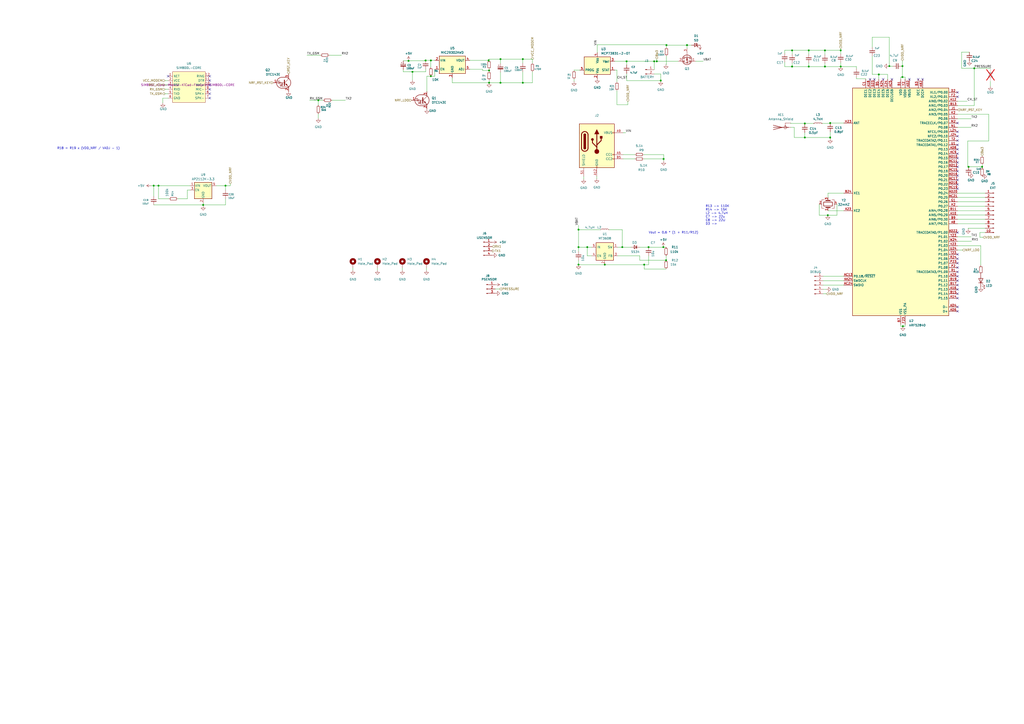
<source format=kicad_sch>
(kicad_sch (version 20231120) (generator "eeschema") (generator_version "8.0")
  (paper "A2")
  (junction (at 360.9848 143.3576))
  (junction (at 561.848 96.774))
  (junction (at 565.15 39.624))
  (junction (at 481.584 71.374))
  (junction (at 523.748 189.23))
  (junction (at 290.322 48.006))
  (junction (at 381 35.56))
  (junction (at 569.722 96.774))
  (junction (at 290.322 34.29))
  (junction (at 481.584 79.756))
  (junction (at 515.874 38.354))
  (junction (at 523.494 38.354))
  (junction (at 117.856 118.872))
  (junction (at 249.936 35.052))
  (junction (at 335.5848 143.3576))
  (junction (at 246.888 35.052))
  (junction (at 91.948 107.696))
  (junction (at 350.8248 153.5176))
  (junction (at 283.464 35.052))
  (junction (at 363.474 35.56))
  (junction (at 340.6648 143.3576))
  (junction (at 303.276 48.006))
  (junction (at 386.588 26.162))
  (junction (at 466.852 79.756))
  (junction (at 480.187 124.841))
  (junction (at 376.2248 143.3576))
  (junction (at 373.6848 153.5176))
  (junction (at 335.5848 133.1976))
  (junction (at 478.536 29.21))
  (junction (at 283.718 40.894))
  (junction (at 236.982 35.306))
  (junction (at 130.81 107.696))
  (junction (at 89.154 107.696))
  (junction (at 184.658 58.166))
  (junction (at 249.936 44.196))
  (junction (at 469.138 38.608))
  (junction (at 478.536 38.608))
  (junction (at 303.276 34.29))
  (junction (at 239.268 41.656))
  (junction (at 283.718 48.006))
  (junction (at 335.5848 153.5176))
  (junction (at 509.778 43.18))
  (junction (at 384.9624 92.202))
  (junction (at 487.68 38.608))
  (junction (at 398.526 26.162))
  (junction (at 523.494 44.704))
  (junction (at 459.486 38.608))
  (junction (at 459.486 29.21))
  (junction (at 386.3848 150.9776))
  (junction (at 469.138 29.21))
  (junction (at 487.68 29.21))
  (junction (at 383.286 46.736))
  (junction (at 466.852 71.628))
  (junction (at 379.476 35.56))
  (junction (at 384.7846 143.3576))
  (no_connect (at 555.498 71.374))
  (no_connect (at 555.498 56.134))
  (no_connect (at 555.498 157.734))
  (no_connect (at 121.666 56.896))
  (no_connect (at 504.698 45.974))
  (no_connect (at 555.498 165.354))
  (no_connect (at 555.498 180.594))
  (no_connect (at 555.498 84.074))
  (no_connect (at 555.498 162.814))
  (no_connect (at 555.498 53.594))
  (no_connect (at 555.498 172.974))
  (no_connect (at 555.498 150.114))
  (no_connect (at 121.666 46.736))
  (no_connect (at 517.398 45.974))
  (no_connect (at 527.558 45.974))
  (no_connect (at 532.638 45.974))
  (no_connect (at 555.498 96.774))
  (no_connect (at 555.498 89.154))
  (no_connect (at 535.178 45.974))
  (no_connect (at 555.498 94.234))
  (no_connect (at 512.318 45.974))
  (no_connect (at 555.498 104.394))
  (no_connect (at 555.498 78.994))
  (no_connect (at 555.498 91.694))
  (no_connect (at 555.498 109.474))
  (no_connect (at 121.666 51.816))
  (no_connect (at 121.666 49.276))
  (no_connect (at 555.498 134.874))
  (no_connect (at 555.498 81.534))
  (no_connect (at 555.498 99.314))
  (no_connect (at 555.498 76.454))
  (no_connect (at 121.666 54.356))
  (no_connect (at 555.498 86.614))
  (no_connect (at 555.498 147.574))
  (no_connect (at 555.498 152.654))
  (no_connect (at 555.498 155.194))
  (no_connect (at 555.498 106.934))
  (no_connect (at 507.238 45.974))
  (no_connect (at 555.498 170.434))
  (no_connect (at 555.498 160.274))
  (no_connect (at 121.666 44.196))
  (no_connect (at 555.498 167.894))
  (no_connect (at 555.498 178.054))
  (no_connect (at 555.498 101.854))
  (no_connect (at 97.536 44.196))
  (wire (pts (xy 371.1448 150.9776) (xy 386.3848 150.9776)))
  (wire (pts (xy 481.33 71.628) (xy 481.33 71.374)))
  (wire (pts (xy 477.52 170.434) (xy 479.298 170.434)))
  (wire (pts (xy 386.588 25.908) (xy 386.588 26.162)))
  (wire (pts (xy 477.012 71.628) (xy 481.33 71.628)))
  (wire (pts (xy 480.187 124.841) (xy 485.521 124.841)))
  (wire (pts (xy 522.478 44.704) (xy 522.478 45.974)))
  (wire (pts (xy 117.856 117.856) (xy 117.856 118.872)))
  (wire (pts (xy 478.536 29.21) (xy 487.68 29.21)))
  (wire (pts (xy 335.5848 145.8976) (xy 335.5848 143.3576)))
  (wire (pts (xy 459.486 36.576) (xy 459.486 38.608)))
  (wire (pts (xy 89.154 107.696) (xy 89.154 113.792)))
  (wire (pts (xy 379.476 35.56) (xy 363.474 35.56)))
  (wire (pts (xy 480.314 112.014) (xy 489.458 112.014)))
  (wire (pts (xy 283.464 35.052) (xy 283.718 35.052)))
  (wire (pts (xy 308.864 36.576) (xy 308.864 34.29)))
  (wire (pts (xy 290.322 41.91) (xy 290.322 48.006)))
  (wire (pts (xy 523.494 44.704) (xy 522.478 44.704)))
  (wire (pts (xy 384.9624 93.3704) (xy 384.9624 92.202)))
  (wire (pts (xy 561.848 96.774) (xy 569.722 96.774)))
  (wire (pts (xy 290.322 36.83) (xy 290.322 34.29)))
  (wire (pts (xy 480.314 112.014) (xy 480.314 114.554)))
  (wire (pts (xy 272.542 35.052) (xy 283.464 35.052)))
  (wire (pts (xy 353.3648 133.1976) (xy 360.9848 133.1976)))
  (wire (pts (xy 386.3848 156.0576) (xy 373.6848 156.0576)))
  (wire (pts (xy 91.948 107.696) (xy 110.236 107.696)))
  (wire (pts (xy 364.236 60.706) (xy 364.236 58.928)))
  (wire (pts (xy 496.824 44.958) (xy 496.824 45.72)))
  (wire (pts (xy 283.464 34.29) (xy 283.464 35.052)))
  (wire (pts (xy 358.4448 148.4376) (xy 371.1448 148.4376)))
  (wire (pts (xy 233.934 41.656) (xy 239.268 41.656)))
  (wire (pts (xy 384.7846 143.3576) (xy 386.3848 143.3576)))
  (wire (pts (xy 525.018 189.23) (xy 523.748 189.23)))
  (wire (pts (xy 555.498 66.294) (xy 573.532 66.294)))
  (wire (pts (xy 571.5 132.334) (xy 561.594 132.334)))
  (wire (pts (xy 459.486 31.496) (xy 459.486 29.21)))
  (wire (pts (xy 455.168 29.21) (xy 459.486 29.21)))
  (wire (pts (xy 335.5848 150.9776) (xy 335.5848 153.5176)))
  (wire (pts (xy 469.138 29.21) (xy 478.536 29.21)))
  (wire (pts (xy 555.498 145.034) (xy 558.292 145.034)))
  (wire (pts (xy 95.758 49.276) (xy 97.536 49.276)))
  (wire (pts (xy 103.124 115.316) (xy 108.712 115.316)))
  (wire (pts (xy 555.498 117.094) (xy 571.5 117.094)))
  (wire (pts (xy 398.526 26.162) (xy 401.066 26.162)))
  (wire (pts (xy 360.9848 143.3576) (xy 358.4448 143.3576)))
  (wire (pts (xy 178.054 32.004) (xy 185.928 32.004)))
  (wire (pts (xy 130.81 115.316) (xy 130.81 118.872)))
  (wire (pts (xy 568.96 142.494) (xy 568.96 153.924)))
  (wire (pts (xy 386.588 25.908) (xy 346.456 25.908)))
  (wire (pts (xy 98.044 115.316) (xy 91.948 115.316)))
  (wire (pts (xy 515.62 38.354) (xy 515.874 38.354)))
  (wire (pts (xy 95.504 54.356) (xy 97.536 54.356)))
  (wire (pts (xy 233.934 40.386) (xy 233.934 41.656)))
  (wire (pts (xy 340.6648 148.4376) (xy 340.6648 143.3576)))
  (wire (pts (xy 289.814 167.64) (xy 287.274 167.64)))
  (wire (pts (xy 574.548 47.244) (xy 574.548 50.038)))
  (wire (pts (xy 348.2848 133.1976) (xy 335.5848 133.1976)))
  (wire (pts (xy 469.138 31.496) (xy 469.138 29.21)))
  (wire (pts (xy 561.34 96.774) (xy 561.848 96.774)))
  (wire (pts (xy 477.52 167.894) (xy 479.298 167.894)))
  (wire (pts (xy 481.584 71.374) (xy 489.458 71.374)))
  (wire (pts (xy 373.6848 156.0576) (xy 373.6848 153.5176)))
  (wire (pts (xy 383.286 46.736) (xy 383.286 42.926)))
  (wire (pts (xy 356.616 40.64) (xy 357.886 40.64)))
  (wire (pts (xy 283.718 40.894) (xy 283.718 41.402)))
  (wire (pts (xy 303.276 34.29) (xy 290.322 34.29)))
  (wire (pts (xy 384.9624 89.662) (xy 384.9624 92.202)))
  (wire (pts (xy 218.948 155.448) (xy 218.948 156.718)))
  (wire (pts (xy 303.276 36.576) (xy 303.276 34.29)))
  (wire (pts (xy 555.498 139.954) (xy 563.626 139.954)))
  (wire (pts (xy 233.426 155.448) (xy 233.426 156.718)))
  (wire (pts (xy 496.824 45.72) (xy 502.158 45.72)))
  (wire (pts (xy 561.34 81.788) (xy 561.34 96.774)))
  (wire (pts (xy 303.276 48.006) (xy 308.864 48.006)))
  (wire (pts (xy 332.994 45.974) (xy 332.994 47.244)))
  (wire (pts (xy 555.498 114.554) (xy 571.5 114.554)))
  (wire (pts (xy 525.018 45.974) (xy 525.018 44.704)))
  (wire (pts (xy 477.52 162.814) (xy 489.458 162.814)))
  (wire (pts (xy 191.008 32.004) (xy 198.12 32.004)))
  (wire (pts (xy 403.606 35.56) (xy 407.924 35.56)))
  (wire (pts (xy 343.2048 148.4376) (xy 340.6648 148.4376)))
  (wire (pts (xy 303.276 41.656) (xy 303.276 48.006)))
  (wire (pts (xy 481.33 71.374) (xy 481.584 71.374)))
  (wire (pts (xy 460.756 73.914) (xy 460.756 79.756)))
  (wire (pts (xy 279.908 40.132) (xy 279.908 40.894)))
  (wire (pts (xy 485.521 118.364) (xy 485.394 118.364)))
  (wire (pts (xy 386.588 32.512) (xy 386.588 37.338)))
  (wire (pts (xy 247.65 53.086) (xy 247.65 44.196)))
  (wire (pts (xy 455.168 30.988) (xy 455.168 29.21)))
  (wire (pts (xy 94.488 59.69) (xy 94.488 56.896)))
  (wire (pts (xy 262.382 45.212) (xy 262.382 48.006)))
  (wire (pts (xy 108.712 115.316) (xy 108.712 110.236)))
  (wire (pts (xy 458.724 71.628) (xy 458.724 71.374)))
  (wire (pts (xy 568.452 134.874) (xy 568.452 137.668)))
  (wire (pts (xy 373.6848 153.5176) (xy 350.8248 153.5176)))
  (wire (pts (xy 379.476 40.386) (xy 379.476 35.56)))
  (wire (pts (xy 487.68 36.322) (xy 487.68 38.608)))
  (wire (pts (xy 466.852 76.962) (xy 466.852 79.756)))
  (wire (pts (xy 357.886 40.64) (xy 357.886 47.498)))
  (wire (pts (xy 360.9848 143.3576) (xy 366.0648 143.3576)))
  (wire (pts (xy 130.81 107.696) (xy 130.81 110.236)))
  (wire (pts (xy 290.322 34.29) (xy 283.464 34.29)))
  (wire (pts (xy 130.81 118.872) (xy 117.856 118.872)))
  (wire (pts (xy 361.442 76.962) (xy 362.966 76.962)))
  (wire (pts (xy 561.594 132.334) (xy 561.594 132.842)))
  (wire (pts (xy 239.268 46.482) (xy 239.268 41.656)))
  (wire (pts (xy 373.38 89.662) (xy 384.9624 89.662)))
  (wire (pts (xy 398.526 26.162) (xy 398.526 27.94)))
  (wire (pts (xy 466.852 71.882) (xy 466.852 71.628)))
  (wire (pts (xy 233.934 35.306) (xy 236.982 35.306)))
  (wire (pts (xy 466.852 79.756) (xy 481.584 79.756)))
  (wire (pts (xy 204.724 155.448) (xy 204.724 156.718)))
  (wire (pts (xy 335.5848 143.3576) (xy 340.6648 143.3576)))
  (wire (pts (xy 130.81 107.696) (xy 133.604 107.696)))
  (wire (pts (xy 523.494 38.354) (xy 523.494 44.704)))
  (wire (pts (xy 236.982 35.306) (xy 246.38 35.306)))
  (wire (pts (xy 502.158 45.72) (xy 502.158 45.974)))
  (wire (pts (xy 573.532 66.294) (xy 573.532 81.788)))
  (wire (pts (xy 383.286 46.99) (xy 383.286 46.736)))
  (wire (pts (xy 562.356 30.226) (xy 557.784 30.226)))
  (wire (pts (xy 249.936 44.196) (xy 252.222 44.196)))
  (wire (pts (xy 383.286 42.926) (xy 379.476 42.926)))
  (wire (pts (xy 481.584 76.454) (xy 481.584 79.756)))
  (wire (pts (xy 522.478 189.23) (xy 522.478 188.214)))
  (wire (pts (xy 371.1448 148.4376) (xy 371.1448 150.9776)))
  (wire (pts (xy 335.5848 153.5176) (xy 350.8248 153.5176)))
  (wire (pts (xy 386.3848 148.4376) (xy 386.3848 150.9776)))
  (wire (pts (xy 381 34.29) (xy 381 35.56)))
  (wire (pts (xy 335.5848 130.6576) (xy 335.5848 133.1976)))
  (wire (pts (xy 555.498 127.254) (xy 571.5 127.254)))
  (wire (pts (xy 346.456 25.908) (xy 346.456 30.48)))
  (wire (pts (xy 555.498 73.914) (xy 563.372 73.914)))
  (wire (pts (xy 373.38 92.202) (xy 384.9624 92.202)))
  (wire (pts (xy 361.442 89.662) (xy 368.3 89.662)))
  (wire (pts (xy 338.582 102.362) (xy 338.582 103.886)))
  (wire (pts (xy 290.322 48.006) (xy 283.718 48.006)))
  (wire (pts (xy 346.202 102.362) (xy 346.202 103.632)))
  (wire (pts (xy 460.756 79.756) (xy 466.852 79.756)))
  (wire (pts (xy 279.908 40.894) (xy 283.718 40.894)))
  (wire (pts (xy 386.588 37.338) (xy 386.334 37.338)))
  (wire (pts (xy 565.15 61.214) (xy 565.15 39.624)))
  (wire (pts (xy 569.722 95.504) (xy 569.722 96.774)))
  (wire (pts (xy 475.234 118.364) (xy 475.234 124.841)))
  (wire (pts (xy 478.536 31.75) (xy 478.536 29.21)))
  (wire (pts (xy 505.968 27.432) (xy 505.968 21.59)))
  (wire (pts (xy 477.52 160.274) (xy 489.458 160.274)))
  (wire (pts (xy 246.888 35.052) (xy 249.936 35.052)))
  (wire (pts (xy 246.38 35.306) (xy 246.38 35.052)))
  (wire (pts (xy 239.268 41.656) (xy 246.888 41.656)))
  (wire (pts (xy 557.784 39.624) (xy 565.15 39.624)))
  (wire (pts (xy 525.018 188.214) (xy 525.018 189.23)))
  (wire (pts (xy 557.784 30.226) (xy 557.784 39.624)))
  (wire (pts (xy 458.724 73.914) (xy 460.756 73.914)))
  (wire (pts (xy 379.476 35.56) (xy 381 35.56)))
  (wire (pts (xy 376.2248 148.4376) (xy 376.2248 153.5176)))
  (wire (pts (xy 371.1448 143.3576) (xy 376.2248 143.3576)))
  (wire (pts (xy 505.968 32.512) (xy 505.968 43.18)))
  (wire (pts (xy 475.234 124.841) (xy 480.187 124.841)))
  (wire (pts (xy 555.498 124.714) (xy 571.5 124.714)))
  (wire (pts (xy 555.498 122.174) (xy 571.5 122.174)))
  (wire (pts (xy 283.718 40.132) (xy 283.718 40.894)))
  (wire (pts (xy 571.5 134.874) (xy 568.452 134.874)))
  (wire (pts (xy 487.68 29.21) (xy 487.68 31.242)))
  (wire (pts (xy 336.296 40.64) (xy 332.994 40.64)))
  (wire (pts (xy 485.521 124.841) (xy 485.521 118.364)))
  (wire (pts (xy 481.584 79.756) (xy 481.584 80.518)))
  (wire (pts (xy 496.824 38.608) (xy 496.824 39.878)))
  (wire (pts (xy 571.5 129.794) (xy 555.498 129.794)))
  (wire (pts (xy 117.856 118.872) (xy 117.856 119.38)))
  (wire (pts (xy 340.6648 143.3576) (xy 343.2048 143.3576)))
  (wire (pts (xy 555.498 142.494) (xy 568.96 142.494)))
  (wire (pts (xy 95.758 46.736) (xy 97.536 46.736)))
  (wire (pts (xy 89.154 118.872) (xy 117.856 118.872)))
  (wire (pts (xy 247.65 44.196) (xy 249.936 44.196)))
  (wire (pts (xy 363.474 46.736) (xy 383.286 46.736)))
  (wire (pts (xy 308.864 41.656) (xy 308.864 48.006)))
  (wire (pts (xy 184.658 60.96) (xy 184.658 58.166)))
  (wire (pts (xy 360.9848 133.1976) (xy 360.9848 143.3576)))
  (wire (pts (xy 523.494 35.306) (xy 523.494 38.354)))
  (wire (pts (xy 569.722 96.774) (xy 569.722 97.282)))
  (wire (pts (xy 509.778 43.18) (xy 514.858 43.18)))
  (wire (pts (xy 505.968 21.59) (xy 515.874 21.59)))
  (wire (pts (xy 459.486 29.21) (xy 469.138 29.21)))
  (wire (pts (xy 469.138 38.608) (xy 478.536 38.608)))
  (wire (pts (xy 308.864 34.29) (xy 303.276 34.29)))
  (wire (pts (xy 573.532 81.788) (xy 561.34 81.788)))
  (wire (pts (xy 487.68 28.194) (xy 487.68 29.21)))
  (wire (pts (xy 252.222 44.196) (xy 252.222 40.132)))
  (wire (pts (xy 332.994 40.64) (xy 332.994 40.894)))
  (wire (pts (xy 487.68 38.608) (xy 496.824 38.608)))
  (wire (pts (xy 335.5848 133.1976) (xy 335.5848 143.3576)))
  (wire (pts (xy 565.15 39.624) (xy 574.548 39.624)))
  (wire (pts (xy 555.498 112.014) (xy 571.5 112.014)))
  (wire (pts (xy 466.852 71.628) (xy 458.724 71.628)))
  (wire (pts (xy 290.322 48.006) (xy 303.276 48.006)))
  (wire (pts (xy 555.498 137.414) (xy 563.372 137.414)))
  (wire (pts (xy 515.874 21.59) (xy 515.874 38.354)))
  (wire (pts (xy 480.314 122.174) (xy 489.458 122.174)))
  (wire (pts (xy 523.494 38.354) (xy 522.986 38.354)))
  (wire (pts (xy 184.658 66.04) (xy 184.658 68.58)))
  (wire (pts (xy 357.886 52.578) (xy 357.886 60.706)))
  (wire (pts (xy 514.858 43.18) (xy 514.858 45.974)))
  (wire (pts (xy 381 35.56) (xy 393.446 35.56)))
  (wire (pts (xy 466.852 71.628) (xy 471.932 71.628)))
  (wire (pts (xy 272.542 40.132) (xy 279.908 40.132)))
  (wire (pts (xy 555.498 68.834) (xy 563.372 68.834)))
  (wire (pts (xy 386.588 26.162) (xy 386.588 27.432)))
  (wire (pts (xy 246.888 41.656) (xy 246.888 40.132)))
  (wire (pts (xy 249.936 35.052) (xy 252.222 35.052)))
  (wire (pts (xy 478.536 38.608) (xy 487.68 38.608)))
  (wire (pts (xy 184.658 58.166) (xy 187.452 58.166)))
  (wire (pts (xy 459.486 38.608) (xy 469.138 38.608)))
  (wire (pts (xy 376.2248 153.5176) (xy 373.6848 153.5176)))
  (wire (pts (xy 249.936 35.052) (xy 249.936 39.116)))
  (wire (pts (xy 363.474 35.56) (xy 356.616 35.56)))
  (wire (pts (xy 91.948 115.316) (xy 91.948 107.696)))
  (wire (pts (xy 455.168 38.608) (xy 459.486 38.608)))
  (wire (pts (xy 555.498 61.214) (xy 565.15 61.214)))
  (wire (pts (xy 192.532 58.166) (xy 200.406 58.166)))
  (wire (pts (xy 386.588 26.162) (xy 398.526 26.162)))
  (wire (pts (xy 247.396 155.448) (xy 247.396 156.718)))
  (wire (pts (xy 505.968 43.18) (xy 509.778 43.18)))
  (wire (pts (xy 555.498 58.674) (xy 561.086 58.674)))
  (wire (pts (xy 87.63 107.696) (xy 89.154 107.696)))
  (wire (pts (xy 179.578 58.166) (xy 184.658 58.166)))
  (wire (pts (xy 95.758 51.816) (xy 97.536 51.816)))
  (wire (pts (xy 361.442 92.202) (xy 368.3 92.202)))
  (wire (pts (xy 363.474 35.56) (xy 363.474 37.592)))
  (wire (pts (xy 89.154 107.696) (xy 91.948 107.696)))
  (wire (pts (xy 525.018 44.704) (xy 523.494 44.704)))
  (wire (pts (xy 555.498 119.634) (xy 571.5 119.634)))
  (wire (pts (xy 469.138 36.576) (xy 469.138 38.608)))
  (wire (pts (xy 515.874 38.354) (xy 517.906 38.354)))
  (wire (pts (xy 133.604 107.696) (xy 133.604 106.68)))
  (wire (pts (xy 478.536 36.83) (xy 478.536 38.608)))
  (wire (pts (xy 523.748 189.23) (xy 522.478 189.23)))
  (wire (pts (xy 283.718 46.482) (xy 283.718 48.006)))
  (wire (pts (xy 363.474 42.672) (xy 363.474 46.736)))
  (wire (pts (xy 568.452 137.668) (xy 570.23 137.668)))
  (wire (pts (xy 477.52 165.354) (xy 489.458 165.354)))
  (wire (pts (xy 509.778 45.974) (xy 509.778 43.18)))
  (wire (pts (xy 376.2248 143.3576) (xy 384.7846 143.3576)))
  (wire (pts (xy 455.168 36.068) (xy 455.168 38.608)))
  (wire (pts (xy 262.382 48.006) (xy 283.718 48.006)))
  (wire (pts (xy 108.712 110.236) (xy 110.236 110.236)))
  (wire (pts (xy 125.476 107.696) (xy 130.81 107.696)))
  (wire (pts (xy 357.886 60.706) (xy 364.236 60.706)))
  (wire (pts (xy 94.488 56.896) (xy 97.536 56.896)))
  (wire (pts (xy 246.38 35.052) (xy 246.888 35.052)))
  (text "Vout = 0.6 * (1 + R11/R12)\n" (at 376.2248 135.7376 0) (effects (font (size 1.27 1.27)) (justify left bottom)))
  (text "R13 -> 110K\nR14 -> 15K\nL2 -> 4.7uH\nC7 -> 22u\nC8 -> 22U\nD3 ->" (at 409.2448 130.6576 0) (effects (font (size 1.27 1.27)) (justify left bottom)))
  (text "R18 = R19 x (VDD_NRF / VADJ - 1)" (at 51.308 86.106 0) (effects (font (size 1.27 1.27))))
  (label "RX2" (at 198.12 32.004 0))
  (label "TX2" (at 563.372 68.834 0))
  (label "TX_GSM" (at 178.054 32.004 0))
  (label "VBAT" (at 335.5848 130.6576 90))
  (label "TX1" (at 563.372 137.414 0))
  (label "TX2" (at 200.406 58.166 0))
  (label "CH_ST" (at 561.086 58.674 0))
  (label "CH_ST" (at 357.886 45.974 0))
  (label "VBAT" (at 407.924 35.56 0))
  (label "RX1" (at 563.626 139.954 0))
  (label "VIN" (at 362.966 76.962 0))
  (label "PRESSURE" (at 565.15 39.624 0))
  (label "RX_GSM" (at 179.578 58.166 0))
  (label "VIN" (at 346.456 26.416 90))
  (label "RX2" (at 563.372 73.914 0))
  (hierarchical_label "VDD_NRF" (shape input) (at 570.23 137.668 0))
  (hierarchical_label "VDD_NRF" (shape input) (at 133.604 106.68 90))
  (hierarchical_label "Ba3" (shape input) (at 569.722 90.424 90))
  (hierarchical_label "Ba3" (shape input) (at 381 34.29 90))
  (hierarchical_label "NRF_LDO" (shape input) (at 558.292 145.034 0))
  (hierarchical_label "RX1" (shape input) (at 285.496 143.002 0))
  (hierarchical_label "VDD_NRF" (shape input) (at 487.68 28.194 90))
  (hierarchical_label "RX_GSM" (shape input) (at 95.758 51.816 180))
  (hierarchical_label "RST_KEY" (shape input) (at 95.758 49.276 180))
  (hierarchical_label "VDD_NRF" (shape input) (at 479.298 170.434 0))
  (hierarchical_label "VDD_NRF" (shape input) (at 364.236 58.928 90))
  (hierarchical_label "NRF_RST_KEY" (shape input) (at 158.496 48.006 180))
  (hierarchical_label "TX1" (shape output) (at 285.496 145.542 0))
  (hierarchical_label "VCC_MODEM" (shape input) (at 95.758 46.736 180))
  (hierarchical_label "PRESSURE" (shape input) (at 289.814 167.64 0))
  (hierarchical_label "TX_GSM" (shape output) (at 95.504 54.356 180))
  (hierarchical_label "VCC_MODEM" (shape output) (at 308.864 34.29 90))
  (hierarchical_label "NRF_RST_KEY" (shape input) (at 555.498 63.754 0))
  (hierarchical_label "RST_KEY" (shape input) (at 167.386 42.926 90))
  (hierarchical_label "NRF_LDO" (shape input) (at 238.76 58.166 180))
  (hierarchical_label "VDD_NRF" (shape input) (at 523.494 35.306 90))
  (symbol (lib_id "Device:R_Small") (at 189.992 58.166 270) (unit 1)
    (property "Reference" "R22" (at 191.262 60.96 0) (effects (font (size 1 1))))
    (property "Value" "1k" (at 189.738 61.214 0) (effects (font (size 1 1))))
    (property "Footprint" "Resistor_SMD:R_0603_1608Metric" (effects (hide yes)))
    (property "LCSC" "C22548" (effects (hide yes)))
  )
  (symbol (lib_id "Device:R_Small") (at 386.3848 153.5176 180) (unit 1)
    (property "Reference" "R12" (at 391.4648 150.9776 0))
    (property "Value" "15k" (at 390.652 153.416 0))
    (property "Footprint" "Resistor_SMD:R_0603_1608Metric" (effects (hide yes)))
    (property "LCSC" "C114661" (effects (hide yes)))
  )
  (symbol (lib_id "Connector:USB_C_Receptacle_PowerOnly_6P") (at 346.202 84.582 0) (unit 1)
    (property "Reference" "J2" (at 346.202 67.0052 0))
    (property "Value" "USB" (effects (hide yes)))
    (property "Footprint" "Connector_USB:USB_C_Receptacle_GCT_USB4135-GF-A_6P_TopMnt_Horizontal" (effects (hide yes)))
    (property "Datasheet" "https://www.usb.org/sites/default/files/documents/usb_type-c.zip" (effects (hide yes)))
    (property "Description" "USB_C_Receptacle_PowerOnly_6P" (effects (hide yes)))
    (property "LCSC" "C2927029" (effects (hide yes)))
  )
  (symbol (lib_id "Device:D_Small") (at 368.6048 143.3576 180) (unit 1)
    (property "Reference" "D3" (at 368.046 140.716 0))
    (property "Value" "SS34" (at 368.554 146.05 0))
    (property "Footprint" "Diode_SMD:D_SMA" (effects (hide yes)))
    (property "Datasheet" "SS34" (effects (hide yes)))
    (property "Sim.Device" "D" (effects (hide yes)))
    (property "Sim.Pins" "1=K 2=A" (effects (hide yes)))
    (property "LCSC" "C8678" (effects (hide yes)))
  )
  (symbol (lib_id "Diode:1.5KExxA") (at 574.548 43.434 270) (unit 1) (in_bom no) (dnp yes)
    (property "Reference" "D5" (effects (hide yes)))
    (property "Value" "1.5KExxA" (effects (hide yes)))
    (property "Footprint" "Diode_SMD:D_0603_1608Metric" (effects (hide yes)))
    (property "Datasheet" "https://www.vishay.com/docs/88301/15ke.pdf" (effects (hide yes)))
  )
  (symbol (lib_id "power:GND") (at 94.488 59.69 0) (unit 1)
    (property "Reference" "#PWR013" (effects (hide yes)))
    (property "Value" "GND" (at 94.742 63.246 0))
  )
  (symbol (lib_id "power:GND") (at 287.274 170.18 90) (unit 1)
    (property "Reference" "#PWR021" (effects (hide yes)))
    (property "Value" "GND" (at 291.0332 170.18 90) (effects (justify right)))
  )
  (symbol (lib_id "Device:C_Small") (at 466.852 74.422 0) (unit 1)
    (property "Reference" "C14" (at 469.646 74.676 0) (effects (justify left)))
    (property "Value" "0.5pF" (at 469.138 76.962 0) (effects (justify left)))
    (property "Footprint" "Capacitor_SMD:C_0805_2012Metric" (effects (hide yes)))
    (property "LCSC" "C1784" (effects (hide yes)))
  )
  (symbol (lib_id "Device:C_Small") (at 520.446 38.354 90) (unit 1)
    (property "Reference" "C9" (at 520.446 35.052 90) (effects (justify left)))
    (property "Value" "4.7uF" (at 521.462 32.258 90) (effects (justify left)))
    (property "Footprint" "Capacitor_SMD:C_0805_2012Metric" (effects (hide yes)))
    (property "LCSC" "C380342" (effects (hide yes)))
  )
  (symbol (lib_id "Device:R_Small") (at 569.722 92.964 180) (unit 1)
    (property "Reference" "R7" (at 566.928 94.234 0) (effects (font (size 1 1))))
    (property "Value" "806k" (at 566.674 92.71 0) (effects (font (size 1 1))))
    (property "Footprint" "Resistor_SMD:R_0603_1608Metric" (effects (hide yes)))
    (property "LCSC" "C185311" (effects (hide yes)))
  )
  (symbol (lib_id "Regulator_Linear:MIC29302AWD") (at 262.382 37.592 0) (unit 1)
    (property "Reference" "U5" (at 262.382 27.94 0))
    (property "Value" "MIC29302AWD" (at 262.382 30.48 0))
    (property "Footprint" "Package_TO_SOT_SMD:TO-252-5_TabPin3" (effects (hide yes)))
    (property "Datasheet" "https://ww1.microchip.com/downloads/aemDocuments/documents/OTH/ProductDocuments/DataSheets/20005897B.pdf" (effects (hide yes)))
    (property "LCSC" "C627907" (effects (hide yes)))
  )
  (symbol (lib_id "Device:C_Small") (at 455.168 33.528 180) (unit 1)
    (property "Reference" "C17" (at 454.406 36.322 0) (effects (justify left)))
    (property "Value" "1uF" (at 453.898 30.988 0) (effects (font (size 1 1)) (justify left)))
    (property "Footprint" "Capacitor_SMD:C_0805_2012Metric" (effects (hide yes)))
    (property "LCSC" "C94122" (effects (hide yes)))
  )
  (symbol (lib_id "Device:R_Small") (at 188.468 32.004 270) (unit 1)
    (property "Reference" "R23" (at 189.738 34.798 0) (effects (font (size 1 1))))
    (property "Value" "1k" (at 188.214 35.052 0) (effects (font (size 1 1))))
    (property "Footprint" "Resistor_SMD:R_0603_1608Metric" (effects (hide yes)))
    (property "LCSC" "C22548" (effects (hide yes)))
  )
  (symbol (lib_id "Device:L_Small") (at 474.472 71.628 90) (unit 1)
    (property "Reference" "L3" (at 474.472 66.548 90))
    (property "Value" "4.7nH" (at 474.472 69.088 90))
    (property "Footprint" "Inductor_SMD:L_1210_3225Metric" (effects (hide yes)))
    (property "LCSC" "C318030" (effects (hide yes)))
  )
  (symbol (lib_id "Device:L_Small") (at 350.8248 133.1976 90) (unit 1)
    (property "Reference" "L2" (at 347.6498 131.9276 90))
    (property "Value" "4.7uH" (at 342.138 131.953 90))
    (property "Footprint" "Inductor_SMD:L_7.3x7.3_H3.5" (effects (hide yes)))
    (property "LCSC" "C44850" (effects (hide yes)))
  )
  (symbol (lib_id "Device:C_Small") (at 459.486 34.036 180) (unit 1)
    (property "Reference" "C12" (at 464.058 36.322 0) (effects (justify left)))
    (property "Value" "1uF" (at 463.804 32.004 0) (effects (font (size 1 1)) (justify left)))
    (property "Footprint" "Capacitor_SMD:C_0805_2012Metric" (effects (hide yes)))
    (property "LCSC" "C94122" (effects (hide yes)))
  )
  (symbol (lib_id "Mechanical:MountingHole_Pad") (at 218.948 152.908 0) (unit 1)
    (property "Reference" "H2" (at 221.742 150.3679 0) (effects (justify left)))
    (property "Value" "Hole_Pad" (at 221.742 152.9079 0) (effects (justify left)))
    (property "Footprint" "MountingHole:MountingHole_3.2mm_M3_Pad_Via" (effects (hide yes)))
    (property "Description" "Mounting Hole with connection" (effects (hide yes)))
  )
  (symbol (lib_id "Device:R_Small") (at 249.936 41.656 180) (unit 1)
    (property "Reference" "R6" (at 252.984 41.148 0) (effects (font (size 1 1))))
    (property "Value" "10K" (at 252.603 46.228 0))
    (property "Footprint" "Resistor_SMD:R_0603_1608Metric" (effects (hide yes)))
    (property "LCSC" "C98220" (effects (hide yes)))
  )
  (symbol (lib_id "power:GND") (at 338.582 103.886 0) (unit 1)
    (property "Reference" "#PWR029" (effects (hide yes)))
    (property "Value" "GND" (at 338.582 108.966 0))
  )
  (symbol (lib_id "Mechanical:MountingHole_Pad") (at 247.396 152.908 0) (unit 1)
    (property "Reference" "H4" (at 250.19 150.3679 0) (effects (justify left)))
    (property "Value" "Hole_Pad" (at 250.19 152.9079 0) (effects (justify left)))
    (property "Footprint" "MountingHole:MountingHole_3.2mm_M3_Pad_Via" (effects (hide yes)))
    (property "Description" "Mounting Hole with connection" (effects (hide yes)))
  )
  (symbol (lib_id "Device:C_Small") (at 246.888 37.592 0) (unit 1)
    (property "Reference" "C4" (at 242.316 37.592 0) (effects (font (size 1 1)) (justify left)))
    (property "Value" "1uF" (at 242.062 39.116 0) (effects (font (size 1 1)) (justify left)))
    (property "Footprint" "Capacitor_SMD:C_0805_2012Metric" (effects (hide yes)))
    (property "LCSC" "C94122" (effects (hide yes)))
  )
  (symbol (lib_id "Device:R_Small") (at 370.84 89.662 90) (unit 1)
    (property "Reference" "R9" (at 372.11 87.122 90))
    (property "Value" "5.1k" (at 370.84 84.582 90))
    (property "Footprint" "Resistor_SMD:R_0603_1608Metric" (effects (hide yes)))
    (property "LCSC" "C269716" (effects (hide yes)))
  )
  (symbol (lib_id "power:GND") (at 386.334 37.338 0) (unit 1)
    (property "Reference" "#PWR027" (effects (hide yes)))
    (property "Value" "GND" (at 386.334 42.418 0))
  )
  (symbol (lib_id "power:GND") (at 561.594 132.842 0) (unit 1)
    (property "Reference" "#PWR016" (effects (hide yes)))
    (property "Value" "GND" (at 558.927 132.207 90) (effects (justify right)))
  )
  (symbol (lib_id "Device:C_Small") (at 562.356 32.766 180) (unit 1)
    (property "Reference" "C24" (at 567.309 35.306 0) (effects (justify left)))
    (property "Value" "0.1uF" (at 568.579 33.02 0) (effects (font (size 1 1)) (justify left)))
    (property "Footprint" "Capacitor_SMD:C_0805_2012Metric" (effects (hide yes)))
    (property "LCSC" "C520082" (effects (hide yes)))
  )
  (symbol (lib_id "Device:R_Small") (at 370.84 92.202 90) (unit 1)
    (property "Reference" "R10" (at 372.11 98.552 90))
    (property "Value" "5.1K" (at 373.38 96.012 90))
    (property "Footprint" "Resistor_SMD:R_0603_1608Metric" (effects (hide yes)))
    (property "LCSC" "C269716" (effects (hide yes)))
  )
  (symbol (lib_id "Device:R_Small") (at 283.718 43.942 180) (unit 1)
    (property "Reference" "R4" (at 280.67 43.942 0) (effects (font (size 1 1))))
    (property "Value" "43k" (at 280.67 45.974 0) (effects (font (size 1 1))))
    (property "Footprint" "Resistor_SMD:R_0603_1608Metric" (effects (hide yes)))
    (property "LCSC" "C881064" (effects (hide yes)))
  )
  (symbol (lib_id "Device:C_Small") (at 89.154 116.332 0) (unit 1)
    (property "Reference" "C19" (at 83.058 116.078 0) (effects (font (size 1 1)) (justify left)))
    (property "Value" "10uF" (at 82.55 118.11 0) (effects (font (size 1 1)) (justify left)))
    (property "Footprint" "Capacitor_SMD:C_0805_2012Metric" (effects (hide yes)))
    (property "LCSC" "C83061" (effects (hide yes)))
  )
  (symbol (lib_id "Device:C_Polarized_Small") (at 290.322 39.37 0) (unit 1)
    (property "Reference" "C5" (at 292.608 39.37 0) (effects (font (size 1 1)) (justify left)))
    (property "Value" "100uF" (at 292.1 41.148 0) (effects (font (size 1 1)) (justify left)))
    (property "Footprint" "Capacitor_SMD:CP_Elec_6.3x5.4" (effects (hide yes)))
    (property "LCSC" "C59937" (effects (hide yes)))
  )
  (symbol (lib_id "power:+5V") (at 285.496 140.462 270) (unit 1)
    (property "Reference" "#PWR019" (effects (hide yes)))
    (property "Value" "+5V" (at 289.4584 140.462 90) (effects (justify left)))
  )
  (symbol (lib_id "power:GND") (at 479.298 167.894 90) (unit 1)
    (property "Reference" "#PWR041" (effects (hide yes)))
    (property "Value" "GND" (at 482.6 167.894 90) (effects (justify right)))
  )
  (symbol (lib_id "power:+5V") (at 287.274 165.1 270) (unit 1)
    (property "Reference" "#PWR020" (effects (hide yes)))
    (property "Value" "+5V" (at 290.7284 165.1 90) (effects (justify left)))
  )
  (symbol (lib_id "power:GND") (at 515.62 38.354 270) (unit 1)
    (property "Reference" "#PWR08" (effects (hide yes)))
    (property "Value" "GND" (at 512.064 38.354 90) (effects (justify right)))
  )
  (symbol (lib_id "MCU_Nordic:nRF52840") (at 522.478 117.094 0) (unit 1)
    (property "Reference" "U2" (at 527.2121 186.1312 0) (effects (justify left)))
    (property "Value" "nRF52840" (at 527.2121 188.6712 0) (effects (justify left)))
    (property "Footprint" "Package_DFN_QFN:Nordic_AQFN-73-1EP_7x7mm_P0.5mm" (effects (hide yes)))
    (property "Datasheet" "http://infocenter.nordicsemi.com/topic/com.nordic.infocenter.nrf52/dita/nrf52/chips/nrf52840.html" (effects (hide yes)))
    (property "LCSC" "C190794" (effects (hide yes)))
  )
  (symbol (lib_id "power:GND") (at 487.68 38.608 0) (unit 1)
    (property "Reference" "#PWR012" (effects (hide yes)))
    (property "Value" "GND" (at 487.68 43.434 0))
  )
  (symbol (lib_id "power:GND") (at 569.722 102.362 90) (unit 1)
    (property "Reference" "#PWR035" (effects (hide yes)))
    (property "Value" "GND" (at 569.087 105.029 90) (effects (justify right)))
  )
  (symbol (lib_id "power:GND") (at 285.496 148.082 90) (unit 1)
    (property "Reference" "#PWR022" (effects (hide yes)))
    (property "Value" "GND" (at 289.052 148.082 90) (effects (justify right)))
  )
  (symbol (lib_id "Device:R_Small") (at 386.588 29.972 180) (unit 1)
    (property "Reference" "R2" (at 383.794 29.972 0) (effects (font (size 1 1))))
    (property "Value" "100K" (at 383.54 31.75 0) (effects (font (size 1 1))))
    (property "Footprint" "Resistor_SMD:R_0805_2012Metric" (effects (hide yes)))
    (property "LCSC" "C881367" (effects (hide yes)))
  )
  (symbol (lib_id "power:GND") (at 204.724 156.718 0) (unit 1)
    (property "Reference" "#PWR011" (effects (hide yes)))
    (property "Value" "GND" (at 204.724 162.052 0))
  )
  (symbol (lib_id "power:GND") (at 184.658 68.58 0) (unit 1)
    (property "Reference" "#PWR038" (effects (hide yes)))
    (property "Value" "GND" (at 184.658 73.66 0))
  )
  (symbol (lib_id "Device:Q_PMOS_SDG") (at 398.526 33.02 90) (mirror x) (unit 1)
    (property "Reference" "Q3" (at 398.526 39.878 90))
    (property "Footprint" "Package_TO_SOT_SMD:SOT-23" (effects (hide yes)))
    (property "Description" "Q_PMOS_SDG_DMG3415U-7" (effects (hide yes)))
    (property "LCSC" "C96616" (effects (hide yes)))
  )
  (symbol (lib_id "Device:C_Small") (at 496.824 42.418 180) (unit 1)
    (property "Reference" "C22" (at 503.174 43.18 0) (effects (justify left)))
    (property "Value" "0.1uF" (at 504.19 41.148 0) (effects (font (size 1 1)) (justify left)))
    (property "Footprint" "Capacitor_SMD:C_0805_2012Metric" (effects (hide yes)))
    (property "LCSC" "C520082" (effects (hide yes)))
  )
  (symbol (lib_id "Device:C_Small") (at 303.276 39.116 0) (unit 1)
    (property "Reference" "C6" (at 298.704 39.116 0) (effects (font (size 1 1)) (justify left)))
    (property "Value" "100nF" (at 298.45 40.64 0) (effects (font (size 1 1)) (justify left)))
    (property "Footprint" "Capacitor_SMD:C_0805_2012Metric" (effects (hide yes)))
    (property "LCSC" "C138340" (effects (hide yes)))
  )
  (symbol (lib_id "Connector:Conn_01x04_Pin") (at 280.416 143.002 0) (unit 1)
    (property "Reference" "J6" (at 281.051 135.382 0))
    (property "Value" "USENSOR" (at 281.051 137.922 0))
    (property "Footprint" "Connector_JST:JST_EH_B4B-EH-A_1x04_P2.50mm_Vertical" (effects (hide yes)))
    (property "LCSC" "C61277" (effects (hide yes)))
  )
  (symbol (lib_id "power:GND") (at 332.994 47.244 0) (unit 1)
    (property "Reference" "#PWR03" (effects (hide yes)))
    (property "Value" "GND" (at 332.994 52.324 0))
  )
  (symbol (lib_id "Device:R_Small") (at 283.718 37.592 180) (unit 1)
    (property "Reference" "R3" (at 280.924 38.862 0) (effects (font (size 1 1))))
    (property "Value" "100k" (at 280.67 37.338 0) (effects (font (size 1 1))))
    (property "Footprint" "Resistor_SMD:R_0603_1608Metric" (effects (hide yes)))
    (property "LCSC" "C176150" (effects (hide yes)))
  )
  (symbol (lib_id "Device:R_Small") (at 569.722 99.822 180) (unit 1)
    (property "Reference" "R8" (at 573.659 101.092 0) (effects (font (size 1 1))))
    (property "Value" "2M" (at 572.897 99.441 0) (effects (font (size 1 1))))
    (property "Footprint" "Resistor_SMD:R_0603_1608Metric" (effects (hide yes)))
    (property "LCSC" "C465466" (effects (hide yes)))
  )
  (symbol (lib_id "power:GND") (at 247.396 156.718 0) (unit 1)
    (property "Reference" "#PWR025" (effects (hide yes)))
    (property "Value" "GND" (at 247.396 162.052 0))
  )
  (symbol (lib_id "power:GND") (at 574.548 50.038 0) (unit 1)
    (property "Reference" "#PWR042" (effects (hide yes)))
    (property "Value" "GND" (at 576.58 53.594 0) (effects (justify right)))
  )
  (symbol (lib_id "sim800l-core:SIM800L-CORE") (at 108.966 49.276 0) (unit 1)
    (property "Reference" "U6" (at 109.601 36.83 0))
    (property "Value" "SIM800L-CORE" (at 109.601 39.37 0))
    (property "Footprint" "SIM800L-Core-Module-KiCad-Footprint:SIM800L-CORE" (at 108.966 49.276 0))
  )
  (symbol (lib_id "Connector:Conn_01x02_Pin") (at 374.396 40.386 0) (unit 1)
    (property "Reference" "J3" (at 375.031 35.306 0))
    (property "Value" "BATTERY" (at 375.412 44.704 0))
    (property "Footprint" "Connector_JST:JST_EH_B2B-EH-A_1x02_P2.50mm_Vertical" (effects (hide yes)))
    (property "LCSC" "C7277096" (effects (hide yes)))
  )
  (symbol (lib_id "power:GND") (at 568.96 166.624 0) (unit 1)
    (property "Reference" "#PWR037" (effects (hide yes)))
    (property "Value" "GND" (at 566.293 165.989 90) (effects (justify right)))
  )
  (symbol (lib_id "Device:LED") (at 568.96 162.814 90) (unit 1)
    (property "Reference" "D2" (at 571.881 163.1315 90) (effects (justify right)))
    (property "Value" "LED" (at 571.881 165.6715 90) (effects (justify right)))
    (property "Footprint" "Diode_SMD:D_0402_1005Metric" (effects (hide yes)))
    (property "LCSC" "C130719" (effects (hide yes)))
  )
  (symbol (lib_id "Device:C_Small") (at 561.848 99.314 180) (unit 1)
    (property "Reference" "C10" (at 568.198 100.076 0) (effects (justify left)))
    (property "Value" "1nF" (at 569.214 98.044 0) (effects (font (size 1 1)) (justify left)))
    (property "Footprint" "Capacitor_SMD:C_0805_2012Metric" (effects (hide yes)))
    (property "LCSC" "C520082" (effects (hide yes)))
  )
  (symbol (lib_id "Device:C_Polarized_Small") (at 233.934 37.846 0) (unit 1)
    (property "Reference" "C3" (at 236.22 37.846 0) (effects (font (size 1 1)) (justify left)))
    (property "Value" "100uF" (at 235.712 39.624 0) (effects (font (size 1 1)) (justify left)))
    (property "Footprint" "Capacitor_SMD:CP_Elec_6.3x5.4" (effects (hide yes)))
    (property "LCSC" "C59937" (effects (hide yes)))
  )
  (symbol (lib_id "Device:C_Small") (at 363.474 40.132 0) (unit 1)
    (property "Reference" "C2" (at 366.268 38.862 0) (effects (font (size 1 1)) (justify left)))
    (property "Value" "4.7uF" (at 365.506 42.164 0) (effects (font (size 1 1)) (justify left)))
    (property "Footprint" "Capacitor_SMD:C_0805_2012Metric" (effects (hide yes)))
    (property "LCSC" "C380342" (effects (hide yes)))
  )
  (symbol (lib_id "Regulator_Switching:MT3608") (at 350.8248 145.8976 0) (unit 1)
    (property "Reference" "U1" (at 350.8248 135.7376 0))
    (property "Value" "MT3608" (at 350.8248 138.2776 0))
    (property "Footprint" "Package_TO_SOT_SMD:SOT-23-6" (effects (hide yes)))
    (property "Datasheet" "https://www.olimex.com/Products/Breadboarding/BB-PWR-3608/resources/MT3608.pdf" (effects (hide yes)))
    (property "LCSC" "C84817" (effects (hide yes)))
  )
  (symbol (lib_id "power:GND") (at 218.948 156.718 0) (unit 1)
    (property "Reference" "#PWR018" (effects (hide yes)))
    (property "Value" "GND" (at 218.948 162.052 0))
  )
  (symbol (lib_id "Mechanical:MountingHole_Pad") (at 233.426 152.908 0) (unit 1)
    (property "Reference" "H3" (at 236.22 150.3679 0) (effects (justify left)))
    (property "Value" "Hole_Pad" (at 236.22 152.9079 0) (effects (justify left)))
    (property "Footprint" "MountingHole:MountingHole_3.2mm_M3_Pad_Via" (effects (hide yes)))
    (property "Description" "Mounting Hole with connection" (effects (hide yes)))
  )
  (symbol (lib_id "Connector:Conn_01x03_Pin") (at 282.194 167.64 0) (unit 1)
    (property "Reference" "J8" (at 282.829 160.02 0))
    (property "Value" "PSENSOR" (at 283.718 162.052 0))
    (property "Footprint" "Connector_JST:JST_EH_B3B-EH-A_1x03_P2.50mm_Vertical" (effects (hide yes)))
    (property "LCSC" "C352913" (effects (hide yes)))
  )
  (symbol (lib_id "power:GND") (at 247.65 63.246 0) (unit 1)
    (property "Reference" "#PWR017" (effects (hide yes)))
    (property "Value" "GND" (at 250.952 64.262 0))
  )
  (symbol (lib_id "Device:R_Small") (at 100.584 115.316 270) (unit 1)
    (property "Reference" "R14" (at 100.076 112.268 0) (effects (font (size 1 1))))
    (property "Value" "100k" (at 96.901 111.633 0))
    (property "Footprint" "Resistor_SMD:R_0603_1608Metric" (effects (hide yes)))
    (property "LCSC" "C176150" (effects (hide yes)))
  )
  (symbol (lib_id "Device:C_Small") (at 469.138 34.036 180) (unit 1)
    (property "Reference" "C11" (at 475.488 34.798 0) (effects (justify left)))
    (property "Value" "0.1uF" (at 476.504 32.766 0) (effects (font (size 1 1)) (justify left)))
    (property "Footprint" "Capacitor_SMD:C_0805_2012Metric" (effects (hide yes)))
    (property "LCSC" "C520082" (effects (hide yes)))
  )
  (symbol (lib_id "Device:R_Small") (at 308.864 39.116 180) (unit 1)
    (property "Reference" "R5" (at 311.658 38.354 0) (effects (font (size 1 1))))
    (property "Value" "470R" (at 311.912 40.132 0) (effects (font (size 1 1))))
    (property "Footprint" "Resistor_SMD:R_0805_2012Metric" (effects (hide yes)))
    (property "LCSC" "C229215" (effects (hide yes)))
  )
  (symbol (lib_id "Device:R_Small") (at 184.658 63.5 0) (unit 1)
    (property "Reference" "R24" (at 187.452 62.23 0) (effects (font (size 1 1))))
    (property "Value" "5k6" (at 187.706 63.754 0) (effects (font (size 1 1))))
    (property "Footprint" "Resistor_SMD:R_0603_1608Metric" (effects (hide yes)))
    (property "LCSC" "C138278" (effects (hide yes)))
  )
  (symbol (lib_id "Device:C_Small") (at 481.584 73.914 0) (unit 1)
    (property "Reference" "C13" (at 484.378 74.168 0) (effects (justify left)))
    (property "Value" "0.8pF" (at 483.87 76.454 0) (effects (justify left)))
    (property "Footprint" "Capacitor_SMD:C_0805_2012Metric" (effects (hide yes)))
    (property "LCSC" "C967583" (effects (hide yes)))
  )
  (symbol (lib_id "Device:R_Small") (at 332.994 43.434 180) (unit 1)
    (property "Reference" "R1" (at 330.2 43.434 0) (effects (font (size 1 1))))
    (property "Value" "1k" (at 329.946 45.212 0) (effects (font (size 1 1))))
    (property "Footprint" "Resistor_SMD:R_0603_1608Metric" (effects (hide yes)))
    (property "LCSC" "C22548" (effects (hide yes)))
  )
  (symbol (lib_id "Device:C_Small") (at 487.68 33.782 180) (unit 1)
    (property "Reference" "C30" (at 494.03 34.544 0) (effects (justify left)))
    (property "Value" "0.1uF" (at 495.046 32.512 0) (effects (font (size 1 1)) (justify left)))
    (property "Footprint" "Capacitor_SMD:C_0805_2012Metric" (effects (hide yes)))
    (property "LCSC" "C520082" (effects (hide yes)))
  )
  (symbol (lib_id "power:GND") (at 117.856 119.38 0) (unit 1)
    (property "Reference" "#PWR039" (effects (hide yes)))
    (property "Value" "GND" (at 117.856 124.46 0))
  )
  (symbol (lib_id "Device:C_Small") (at 335.5848 148.4376 180) (unit 1)
    (property "Reference" "C1" (at 333.0448 145.8976 0))
    (property "Value" "10u" (at 338.1248 149.7076 90))
    (property "Footprint" "Capacitor_SMD:C_0805_2012Metric" (effects (hide yes)))
    (property "LCSC" "C90543" (effects (hide yes)))
  )
  (symbol (lib_id "Battery_Management:MCP73831-2-OT") (at 346.456 38.1 0) (unit 1)
    (property "Reference" "U3" (at 348.6501 28.448 0) (effects (justify left)))
    (property "Value" "MCP73831-2-OT" (at 348.6501 30.988 0) (effects (justify left)))
    (property "Footprint" "Package_TO_SOT_SMD:SOT-23-5" (effects (hide yes)))
    (property "Datasheet" "http://ww1.microchip.com/downloads/en/DeviceDoc/20001984g.pdf" (effects (hide yes)))
    (property "LCSC" "C424093" (effects (hide yes)))
  )
  (symbol (lib_id "Mechanical:MountingHole_Pad") (at 204.724 152.908 0) (unit 1)
    (property "Reference" "H1" (at 207.518 150.3679 0) (effects (justify left)))
    (property "Value" "Hole_Pad" (at 207.518 152.9079 0) (effects (justify left)))
    (property "Footprint" "MountingHole:MountingHole_3.2mm_M3_Pad_Via" (effects (hide yes)))
    (property "Description" "Mounting Hole with connection" (effects (hide yes)))
  )
  (symbol (lib_id "power:GND") (at 335.5848 153.5176 0) (unit 1)
    (property "Reference" "#PWR01" (effects (hide yes)))
    (property "Value" "GND" (at 335.5848 158.5976 0))
  )
  (symbol (lib_id "power:GND") (at 346.456 45.72 0) (unit 1)
    (property "Reference" "#PWR014" (effects (hide yes)))
    (property "Value" "GND" (at 346.456 50.8 0))
  )
  (symbol (lib_id "Transistor_BJT:DTC143E") (at 164.846 48.006 0) (unit 1)
    (property "Reference" "Q2" (at 153.924 40.64 0) (effects (justify left)))
    (property "Value" "DTC143E" (at 154.178 43.18 0) (effects (justify left)))
    (property "Footprint" "Package_TO_SOT_SMD:SOT-523" (effects (hide yes)))
    (property "LCSC" "C5337132" (effects (hide yes)))
  )
  (symbol (lib_id "power:GND") (at 167.386 53.086 0) (unit 1)
    (property "Reference" "#PWR023" (effects (hide yes)))
    (property "Value" "GND" (at 167.64 56.642 0))
  )
  (symbol (lib_id "power:GND") (at 346.202 103.632 0) (unit 1)
    (property "Reference" "#PWR02" (effects (hide yes)))
    (property "Value" "GND" (at 346.202 108.712 0))
  )
  (symbol (lib_id "power:GND") (at 481.584 80.518 0) (unit 1)
    (property "Reference" "#PWR07" (effects (hide yes)))
    (property "Value" "GND" (at 481.584 85.598 0))
  )
  (symbol (lib_id "Device:C_Small") (at 505.968 29.972 180) (unit 1)
    (property "Reference" "C23" (at 510.54 32.258 0) (effects (justify left)))
    (property "Value" "1uF" (at 510.286 27.94 0) (effects (font (size 1 1)) (justify left)))
    (property "Footprint" "Capacitor_SMD:C_0805_2012Metric" (effects (hide yes)))
    (property "LCSC" "C94122" (effects (hide yes)))
  )
  (symbol (lib_id "power:GND") (at 384.9624 93.3704 0) (unit 1)
    (property "Reference" "#PWR04" (effects (hide yes)))
    (property "Value" "GND" (at 384.9624 98.4504 0))
  )
  (symbol (lib_id "power:GND") (at 239.268 46.482 0) (unit 1)
    (property "Reference" "#PWR034" (effects (hide yes)))
    (property "Value" "GND" (at 239.268 51.562 0))
  )
  (symbol (lib_id "Device:R_Small") (at 386.3848 145.8976 180) (unit 1)
    (property "Reference" "R11" (at 391.4648 143.3576 0))
    (property "Value" "110k" (at 391.16 146.05 0))
    (property "Footprint" "Resistor_SMD:R_0603_1608Metric" (effects (hide yes)))
    (property "LCSC" "C137807" (effects (hide yes)))
  )
  (symbol (lib_id "power:GND") (at 480.187 124.841 0) (unit 1)
    (property "Reference" "#PWR010" (effects (hide yes)))
    (property "Value" "GND" (at 480.187 129.921 0))
  )
  (symbol (lib_id "power:GND") (at 523.748 189.23 0) (unit 1)
    (property "Reference" "#PWR06" (effects (hide yes)))
    (property "Value" "GND" (at 523.748 194.31 0))
  )
  (symbol (lib_id "power:GND") (at 283.718 48.006 0) (unit 1)
    (property "Reference" "#PWR030" (effects (hide yes)))
    (property "Value" "GND" (at 283.718 53.086 0))
  )
  (symbol (lib_id "power:GND") (at 562.356 35.306 0) (unit 1)
    (property "Reference" "#PWR09" (effects (hide yes)))
    (property "Value" "GND" (at 559.689 34.671 90) (effects (justify right)))
  )
  (symbol (lib_id "power:GND") (at 383.286 46.99 0) (unit 1)
    (property "Reference" "#PWR015" (effects (hide yes)))
    (property "Value" "GND" (at 383.286 52.07 0))
  )
  (symbol (lib_id "power:+5V") (at 236.982 35.306 0) (unit 1)
    (property "Reference" "#PWR033" (effects (hide yes)))
    (property "Value" "+5V" (at 236.982 30.988 0))
  )
  (symbol (lib_id "Regulator_Linear:AP2112K-3.3") (at 117.856 110.236 0) (unit 1)
    (property "Reference" "U9" (at 117.856 101.346 0))
    (property "Value" "AP2112K-3.3" (at 117.856 103.886 0))
    (property "Footprint" "Package_TO_SOT_SMD:SOT-23-5" (effects (hide yes)))
    (property "Datasheet" "https://www.diodes.com/assets/Datasheets/AP2112.pdf" (effects (hide yes)))
    (property "Description" "600mA low dropout linear regulator, with enable pin, 3.8V-6V input voltage range, 3.3V fixed positive output, SOT-23-5" (effects (hide yes)))
    (property "LCSC" "C51118" (effects (hide yes)))
  )
  (symbol (lib_id "power:GND") (at 233.426 156.718 0) (unit 1)
    (property "Reference" "#PWR024" (effects (hide yes)))
    (property "Value" "GND" (at 233.426 162.052 0))
  )
  (symbol (lib_id "power:+5V") (at 87.63 107.696 90) (unit 1)
    (property "Reference" "#PWR040" (effects (hide yes)))
    (property "Value" "+5V" (at 83.82 107.696 90) (effects (justify left)))
  )
  (symbol (lib_id "Connector:Conn_01x10_Pin") (at 576.58 122.174 0) (mirror y) (unit 1)
    (property "Reference" "J5" (at 575.945 106.426 0))
    (property "Value" "EXT" (at 575.945 108.966 0))
    (property "Footprint" "Connector_PinHeader_2.54mm:PinHeader_1x10_P2.54mm_Vertical" (effects (hide yes)))
    (property "Description" "Generic connector, single row, 01x10, script generated" (effects (hide yes)))
    (property "LCSC" "C61275" (effects (hide yes)))
  )
  (symbol (lib_id "Device:C_Small") (at 478.536 34.29 180) (unit 1)
    (property "Reference" "C8" (at 484.886 35.052 0) (effects (justify left)))
    (property "Value" "0.1uF" (at 485.902 33.02 0) (effects (font (size 1 1)) (justify left)))
    (property "Footprint" "Capacitor_SMD:C_0805_2012Metric" (effects (hide yes)))
    (property "LCSC" "C520082" (effects (hide yes)))
  )
  (symbol (lib_id "Transistor_BJT:DTC143E") (at 245.11 58.166 0) (unit 1)
    (property "Reference" "Q1" (at 250.444 56.896 0) (effects (justify left)))
    (property "Value" "DTC143E" (at 250.444 59.436 0) (effects (justify left)))
    (property "Footprint" "Package_TO_SOT_SMD:SOT-523" (effects (hide yes)))
    (property "LCSC" "C5337132" (effects (hide yes)))
  )
  (symbol (lib_id "Device:C_Small") (at 130.81 112.776 0) (unit 1)
    (property "Reference" "C20" (at 132.588 112.776 0) (effects (font (size 1 1)) (justify left)))
    (property "Value" "10uF" (at 132.334 114.808 0) (effects (font (size 1 1)) (justify left)))
    (property "Footprint" "Capacitor_SMD:C_0805_2012Metric" (effects (hide yes)))
    (property "LCSC" "C83061" (effects (hide yes)))
  )
  (symbol (lib_id "Device:R_Small") (at 357.886 50.038 180) (unit 1)
    (property "Reference" "R21" (at 355.092 50.038 0) (effects (font (size 1 1))))
    (property "Value" "10K" (at 354.838 51.816 0) (effects (font (size 1 1))))
    (property "Footprint" "Resistor_SMD:R_0603_1608Metric" (effects (hide yes)))
    (property "LCSC" "C98220" (effects (hide yes)))
  )
  (symbol (lib_id "Device:C_Small") (at 376.2248 145.8976 180) (unit 1)
    (property "Reference" "C7" (at 378.7648 140.8176 0))
    (property "Value" "10u" (at 378.7648 147.1676 90))
    (property "Footprint" "Capacitor_SMD:C_0805_2012Metric" (effects (hide yes)))
    (property "LCSC" "C90543" (effects (hide yes)))
  )
  (symbol (lib_id "Device:D_Schottky_Small") (at 403.606 26.162 180) (unit 1)
    (property "Reference" "D1" (at 403.86 20.828 0))
    (property "Value" "SD" (at 403.86 23.368 0))
    (property "Footprint" "Diode_SMD:D_1206_3216Metric" (effects (hide yes)))
    (property "LCSC" "C143805" (effects (hide yes)))
  )
  (symbol (lib_id "power:+5V") (at 406.146 26.162 180) (unit 1)
    (property "Reference" "#PWR031" (effects (hide yes)))
    (property "Value" "+5V" (at 406.146 30.988 0))
  )
  (symbol (lib_id "Device:R_Small") (at 568.96 156.464 180) (unit 1)
    (property "Reference" "R13" (at 566.166 157.734 0) (effects (font (size 1 1))))
    (property "Value" "1k" (at 565.912 156.21 0) (effects (font (size 1 1))))
    (property "Footprint" "Resistor_SMD:R_0603_1608Metric" (effects (hide yes)))
    (property "LCSC" "C22548" (effects (hide yes)))
  )
  (symbol (lib_id "power:+5V") (at 384.7846 143.3576 0) (unit 1)
    (property "Reference" "#PWR05" (effects (hide yes)))
    (property "Value" "+5V" (at 384.7846 139.0396 0))
  )
  (symbol (lib_id "Device:Antenna_Shield") (at 453.644 73.914 90) (unit 1)
    (property "Reference" "AE1" (at 453.009 66.548 90))
    (property "Value" "Antenna_Shield" (at 453.009 69.088 90))
    (property "Footprint" "RF_Antenna:Johanson_2450AT43F0100" (effects (hide yes)))
    (property "LCSC" "C2917720" (effects (hide yes)))
  )
  (symbol (lib_id "power:GND") (at 561.848 101.854 90) (unit 1)
    (property "Reference" "#PWR036" (effects (hide yes)))
    (property "Value" "GND" (at 561.213 104.521 90) (effects (justify right)))
  )
  (symbol (lib_id "Device:Crystal_GND24") (at 480.314 118.364 90) (unit 1)
    (property "Reference" "Y2" (at 489.458 116.1481 90))
    (property "Value" "32mHZ" (at 489.458 118.6881 90))
    (property "Footprint" "Crystal:Crystal_SMD_EuroQuartz_MT-4Pin_3.2x2.5mm" (effects (hide yes)))
    (property "LCSC" "C251626" (effects (hide yes)))
  )
  (symbol (lib_id "Connector:Conn_01x05_Pin") (at 472.44 165.354 0) (unit 1)
    (property "Reference" "J4" (at 473.075 155.194 0))
    (property "Value" "DEBUG" (at 473.075 157.734 0))
    (property "Footprint" "Connector_PinHeader_2.54mm:PinHeader_1x05_P2.54mm_Vertical" (effects (hide yes)))
    (property "Description" "Generic connector, single row, 01x05, script generated" (effects (hide yes)))
    (property "LCSC" "C66559" (effects (hide yes)))
  )
)
</source>
